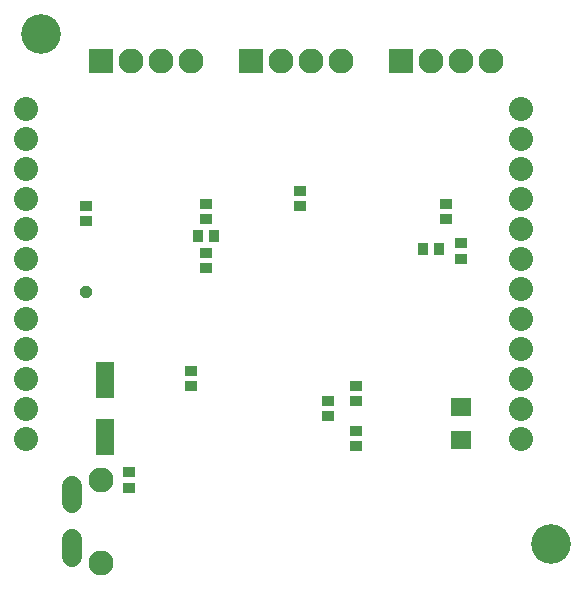
<source format=gbs>
G75*
%MOIN*%
%OFA0B0*%
%FSLAX24Y24*%
%IPPOS*%
%LPD*%
%AMOC8*
5,1,8,0,0,1.08239X$1,22.5*
%
%ADD10C,0.1320*%
%ADD11R,0.0414X0.0336*%
%ADD12R,0.0828X0.0828*%
%ADD13C,0.0828*%
%ADD14R,0.0336X0.0414*%
%ADD15C,0.0800*%
%ADD16R,0.0611X0.1241*%
%ADD17R,0.0690X0.0611*%
%ADD18C,0.0651*%
%ADD19OC8,0.0400*%
D10*
X003760Y018500D03*
X020760Y001500D03*
D11*
X014260Y004744D03*
X014260Y005256D03*
X014260Y006244D03*
X014260Y006756D03*
X013323Y006256D03*
X013323Y005744D03*
X008760Y006744D03*
X008760Y007256D03*
X009260Y010682D03*
X009260Y011193D03*
X009260Y012307D03*
X009260Y012818D03*
X012385Y012744D03*
X012385Y013256D03*
X017260Y012818D03*
X017260Y012307D03*
X017760Y011506D03*
X017760Y010994D03*
X006698Y003881D03*
X006698Y003369D03*
X005260Y012244D03*
X005260Y012756D03*
D12*
X005760Y017600D03*
X010760Y017600D03*
X015760Y017600D03*
D13*
X016760Y017600D03*
X017760Y017600D03*
X018760Y017600D03*
X013760Y017600D03*
X012760Y017600D03*
X011760Y017600D03*
X008760Y017600D03*
X007760Y017600D03*
X006760Y017600D03*
X005771Y003630D03*
X005771Y000870D03*
D14*
X016504Y011313D03*
X017016Y011313D03*
X009516Y011750D03*
X009004Y011750D03*
D15*
X003260Y012000D03*
X003260Y011000D03*
X003260Y010000D03*
X003260Y009000D03*
X003260Y008000D03*
X003260Y007000D03*
X003260Y006000D03*
X003260Y005000D03*
X003260Y013000D03*
X003260Y014000D03*
X003260Y015000D03*
X003260Y016000D03*
X019760Y016000D03*
X019760Y015000D03*
X019760Y014000D03*
X019760Y013000D03*
X019760Y012000D03*
X019760Y011000D03*
X019760Y010000D03*
X019760Y009000D03*
X019760Y008000D03*
X019760Y007000D03*
X019760Y006000D03*
X019760Y005000D03*
D16*
X005885Y005055D03*
X005885Y006945D03*
D17*
X017760Y006051D03*
X017760Y004949D03*
D18*
X004790Y001659D02*
X004790Y001069D01*
X004790Y002841D02*
X004790Y003431D01*
D19*
X005260Y009875D03*
M02*

</source>
